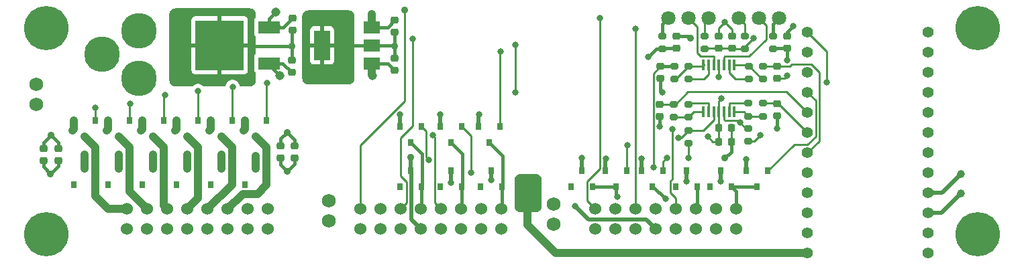
<source format=gbr>
%TF.GenerationSoftware,KiCad,Pcbnew,(6.0.7-1)-1*%
%TF.CreationDate,2022-09-02T18:16:07-04:00*%
%TF.ProjectId,power_mini_evolver,706f7765-725f-46d6-996e-695f65766f6c,rev?*%
%TF.SameCoordinates,Original*%
%TF.FileFunction,Copper,L1,Top*%
%TF.FilePolarity,Positive*%
%FSLAX46Y46*%
G04 Gerber Fmt 4.6, Leading zero omitted, Abs format (unit mm)*
G04 Created by KiCad (PCBNEW (6.0.7-1)-1) date 2022-09-02 18:16:07*
%MOMM*%
%LPD*%
G01*
G04 APERTURE LIST*
G04 Aperture macros list*
%AMRoundRect*
0 Rectangle with rounded corners*
0 $1 Rounding radius*
0 $2 $3 $4 $5 $6 $7 $8 $9 X,Y pos of 4 corners*
0 Add a 4 corners polygon primitive as box body*
4,1,4,$2,$3,$4,$5,$6,$7,$8,$9,$2,$3,0*
0 Add four circle primitives for the rounded corners*
1,1,$1+$1,$2,$3*
1,1,$1+$1,$4,$5*
1,1,$1+$1,$6,$7*
1,1,$1+$1,$8,$9*
0 Add four rect primitives between the rounded corners*
20,1,$1+$1,$2,$3,$4,$5,0*
20,1,$1+$1,$4,$5,$6,$7,0*
20,1,$1+$1,$6,$7,$8,$9,0*
20,1,$1+$1,$8,$9,$2,$3,0*%
G04 Aperture macros list end*
%TA.AperFunction,ComponentPad*%
%ADD10C,1.800000*%
%TD*%
%TA.AperFunction,SMDPad,CuDef*%
%ADD11R,0.800000X0.900000*%
%TD*%
%TA.AperFunction,SMDPad,CuDef*%
%ADD12RoundRect,0.200000X-0.275000X0.200000X-0.275000X-0.200000X0.275000X-0.200000X0.275000X0.200000X0*%
%TD*%
%TA.AperFunction,SMDPad,CuDef*%
%ADD13RoundRect,0.200000X0.275000X-0.200000X0.275000X0.200000X-0.275000X0.200000X-0.275000X-0.200000X0*%
%TD*%
%TA.AperFunction,SMDPad,CuDef*%
%ADD14RoundRect,0.225000X0.250000X-0.225000X0.250000X0.225000X-0.250000X0.225000X-0.250000X-0.225000X0*%
%TD*%
%TA.AperFunction,SMDPad,CuDef*%
%ADD15RoundRect,0.225000X-0.250000X0.225000X-0.250000X-0.225000X0.250000X-0.225000X0.250000X0.225000X0*%
%TD*%
%TA.AperFunction,SMDPad,CuDef*%
%ADD16RoundRect,0.225000X-0.225000X-0.250000X0.225000X-0.250000X0.225000X0.250000X-0.225000X0.250000X0*%
%TD*%
%TA.AperFunction,SMDPad,CuDef*%
%ADD17RoundRect,0.225000X0.225000X0.250000X-0.225000X0.250000X-0.225000X-0.250000X0.225000X-0.250000X0*%
%TD*%
%TA.AperFunction,SMDPad,CuDef*%
%ADD18R,2.800000X1.500000*%
%TD*%
%TA.AperFunction,SMDPad,CuDef*%
%ADD19R,6.100000X6.300000*%
%TD*%
%TA.AperFunction,ComponentPad*%
%ADD20C,1.397000*%
%TD*%
%TA.AperFunction,ComponentPad*%
%ADD21C,1.000000*%
%TD*%
%TA.AperFunction,ComponentPad*%
%ADD22C,4.500000*%
%TD*%
%TA.AperFunction,ComponentPad*%
%ADD23C,1.750000*%
%TD*%
%TA.AperFunction,SMDPad,CuDef*%
%ADD24R,2.000000X1.500000*%
%TD*%
%TA.AperFunction,SMDPad,CuDef*%
%ADD25R,2.000000X3.800000*%
%TD*%
%TA.AperFunction,ComponentPad*%
%ADD26C,1.524000*%
%TD*%
%TA.AperFunction,ComponentPad*%
%ADD27C,5.600000*%
%TD*%
%TA.AperFunction,SMDPad,CuDef*%
%ADD28R,0.450000X1.450000*%
%TD*%
%TA.AperFunction,ViaPad*%
%ADD29C,1.143000*%
%TD*%
%TA.AperFunction,ViaPad*%
%ADD30C,0.889000*%
%TD*%
%TA.AperFunction,ViaPad*%
%ADD31C,0.800000*%
%TD*%
%TA.AperFunction,Conductor*%
%ADD32C,1.016000*%
%TD*%
%TA.AperFunction,Conductor*%
%ADD33C,0.250000*%
%TD*%
%TA.AperFunction,Conductor*%
%ADD34C,0.381000*%
%TD*%
%TA.AperFunction,Conductor*%
%ADD35C,0.508000*%
%TD*%
G04 APERTURE END LIST*
D10*
%TO.P,JP2,3,B*%
%TO.N,/OD135-1*%
X167386000Y-81280000D03*
%TO.P,JP2,2,C*%
%TO.N,/OD-1*%
X169926000Y-81280000D03*
%TO.P,JP2,1,A*%
%TO.N,/OD90-1*%
X172466000Y-81280000D03*
%TD*%
D11*
%TO.P,Q10,2,S*%
%TO.N,GND*%
X109648000Y-94250000D03*
%TO.P,Q10,3,D*%
%TO.N,/P-4*%
X110998000Y-96250000D03*
%TO.P,Q10,1,G*%
%TO.N,/10*%
X112348000Y-94250000D03*
%TD*%
D12*
%TO.P,R14,2*%
%TO.N,Net-(R11-Pad1)*%
X168148000Y-88963000D03*
%TO.P,R14,1*%
%TO.N,/A3*%
X168148000Y-87313000D03*
%TD*%
%TO.P,R13,1*%
%TO.N,/A2*%
X179324000Y-87313000D03*
%TO.P,R13,2*%
%TO.N,Net-(R12-Pad1)*%
X179324000Y-88963000D03*
%TD*%
%TO.P,R12,2*%
%TO.N,Net-(R12-Pad2)*%
X177546000Y-88963000D03*
%TO.P,R12,1*%
%TO.N,Net-(R12-Pad1)*%
X177546000Y-87313000D03*
%TD*%
%TO.P,R11,1*%
%TO.N,Net-(R11-Pad1)*%
X169926000Y-87313000D03*
%TO.P,R11,2*%
%TO.N,Net-(R11-Pad2)*%
X169926000Y-88963000D03*
%TD*%
%TO.P,R10,1*%
%TO.N,/A1*%
X179324000Y-92012000D03*
%TO.P,R10,2*%
%TO.N,Net-(R10-Pad2)*%
X179324000Y-93662000D03*
%TD*%
%TO.P,R9,2*%
%TO.N,Net-(R7-Pad1)*%
X168046400Y-93789000D03*
%TO.P,R9,1*%
%TO.N,/A0*%
X168046400Y-92139000D03*
%TD*%
D13*
%TO.P,R8,1*%
%TO.N,Net-(R10-Pad2)*%
X177444400Y-93662000D03*
%TO.P,R8,2*%
%TO.N,Net-(R8-Pad2)*%
X177444400Y-92012000D03*
%TD*%
%TO.P,R7,2*%
%TO.N,Net-(R7-Pad2)*%
X169926000Y-92139000D03*
%TO.P,R7,1*%
%TO.N,Net-(R7-Pad1)*%
X169926000Y-93789000D03*
%TD*%
%TO.P,R6,1*%
%TO.N,+3V3*%
X166624000Y-85153000D03*
%TO.P,R6,2*%
%TO.N,/OD135-1*%
X166624000Y-83503000D03*
%TD*%
%TO.P,R5,1*%
%TO.N,+3V3*%
X177038000Y-85153000D03*
%TO.P,R5,2*%
%TO.N,/OD135-0*%
X177038000Y-83503000D03*
%TD*%
D12*
%TO.P,R4,1*%
%TO.N,/OD90-1*%
X171958000Y-83503000D03*
%TO.P,R4,2*%
%TO.N,+3V3*%
X171958000Y-85153000D03*
%TD*%
%TO.P,R3,1*%
%TO.N,/OD90-0*%
X180594000Y-83503000D03*
%TO.P,R3,2*%
%TO.N,+3V3*%
X180594000Y-85153000D03*
%TD*%
%TO.P,R2,1*%
%TO.N,/TS-1*%
X177419000Y-95187000D03*
%TO.P,R2,2*%
%TO.N,+3V3*%
X177419000Y-96837000D03*
%TD*%
%TO.P,R1,1*%
%TO.N,/TS-0*%
X169926000Y-95441000D03*
%TO.P,R1,2*%
%TO.N,+3V3*%
X169926000Y-97091000D03*
%TD*%
D14*
%TO.P,C19,1*%
%TO.N,+3V3*%
X168402000Y-85103000D03*
%TO.P,C19,2*%
%TO.N,GND*%
X168402000Y-83553000D03*
%TD*%
%TO.P,C18,1*%
%TO.N,+3V3*%
X175387000Y-85103000D03*
%TO.P,C18,2*%
%TO.N,GND*%
X175387000Y-83553000D03*
%TD*%
%TO.P,C17,1*%
%TO.N,+3V3*%
X173736000Y-85103000D03*
%TO.P,C17,2*%
%TO.N,GND*%
X173736000Y-83553000D03*
%TD*%
%TO.P,C16,1*%
%TO.N,+3V3*%
X182372000Y-85103000D03*
%TO.P,C16,2*%
%TO.N,GND*%
X182372000Y-83553000D03*
%TD*%
D15*
%TO.P,C14,1*%
%TO.N,+5V*%
X119913400Y-81267000D03*
%TO.P,C14,2*%
%TO.N,GND*%
X119913400Y-82817000D03*
%TD*%
%TO.P,C13,1*%
%TO.N,+3V3*%
X132842000Y-81521000D03*
%TO.P,C13,2*%
%TO.N,GND*%
X132842000Y-83071000D03*
%TD*%
%TO.P,C12,1*%
%TO.N,+12V*%
X90424000Y-97777000D03*
%TO.P,C12,2*%
%TO.N,GND*%
X90424000Y-99327000D03*
%TD*%
D14*
%TO.P,C11,1*%
%TO.N,+5V*%
X132842000Y-87897000D03*
%TO.P,C11,2*%
%TO.N,GND*%
X132842000Y-86347000D03*
%TD*%
%TO.P,C10,1*%
%TO.N,+12V*%
X119888000Y-88151000D03*
%TO.P,C10,2*%
%TO.N,GND*%
X119888000Y-86601000D03*
%TD*%
D15*
%TO.P,C9,1*%
%TO.N,+12V*%
X88493600Y-97777000D03*
%TO.P,C9,2*%
%TO.N,GND*%
X88493600Y-99327000D03*
%TD*%
%TO.P,C8,1*%
%TO.N,+12V*%
X120150468Y-97396000D03*
%TO.P,C8,2*%
%TO.N,GND*%
X120150468Y-98946000D03*
%TD*%
%TO.P,C7,1*%
%TO.N,/A3*%
X166370000Y-87363000D03*
%TO.P,C7,2*%
%TO.N,GND*%
X166370000Y-88913000D03*
%TD*%
%TO.P,C6,1*%
%TO.N,/A2*%
X181102000Y-87363000D03*
%TO.P,C6,2*%
%TO.N,GND*%
X181102000Y-88913000D03*
%TD*%
%TO.P,C5,1*%
%TO.N,+12V*%
X118414800Y-97396000D03*
%TO.P,C5,2*%
%TO.N,GND*%
X118414800Y-98946000D03*
%TD*%
%TO.P,C4,2*%
%TO.N,GND*%
X166268400Y-93739000D03*
%TO.P,C4,1*%
%TO.N,/A0*%
X166268400Y-92189000D03*
%TD*%
%TO.P,C3,1*%
%TO.N,/A1*%
X181102000Y-92062000D03*
%TO.P,C3,2*%
%TO.N,GND*%
X181102000Y-93612000D03*
%TD*%
D16*
%TO.P,C2,1*%
%TO.N,+3V3*%
X173723000Y-95123000D03*
%TO.P,C2,2*%
%TO.N,GND*%
X175273000Y-95123000D03*
%TD*%
D17*
%TO.P,C1,1*%
%TO.N,GND*%
X175273000Y-96901000D03*
%TO.P,C1,2*%
%TO.N,+3V3*%
X173723000Y-96901000D03*
%TD*%
D18*
%TO.P,U4,1,VI*%
%TO.N,+12V*%
X116994000Y-86969600D03*
%TO.P,U4,2,VO*%
%TO.N,+5V*%
X116994000Y-82397600D03*
D19*
%TO.P,U4,3,GND*%
%TO.N,GND*%
X110744000Y-84683600D03*
%TD*%
D20*
%TO.P,P1,23,P23*%
%TO.N,/9*%
X200152000Y-83058000D03*
%TO.P,P1,21,P21*%
%TO.N,/8*%
X200152000Y-85598000D03*
%TO.P,P1,19,P19*%
%TO.N,/7*%
X200152000Y-88138000D03*
%TO.P,P1,17,P17*%
%TO.N,/6*%
X200152000Y-90678000D03*
%TO.P,P1,15,P15*%
%TO.N,/5*%
X200152000Y-93218000D03*
%TO.P,P1,13,P13*%
%TO.N,/4*%
X200152000Y-95758000D03*
%TO.P,P1,11,P11*%
%TO.N,/3*%
X200152000Y-98298000D03*
%TO.P,P1,7,P7*%
%TO.N,GND*%
X200152000Y-103378000D03*
%TO.P,P1,5,P5*%
%TO.N,Net-(C15-Pad1)*%
X200152000Y-105918000D03*
%TO.P,P1,3,P3*%
%TO.N,unconnected-(P1-Pad3)*%
X200152000Y-108458000D03*
%TO.P,P1,1,P1*%
%TO.N,unconnected-(P1-Pad1)*%
X200152000Y-110998000D03*
%TO.P,P1,9,P9*%
%TO.N,/2*%
X200152000Y-100838000D03*
%TO.P,P1,10,P10*%
%TO.N,/A3*%
X184912000Y-100838000D03*
%TO.P,P1,2,P2*%
%TO.N,+5V*%
X184912000Y-110998000D03*
%TO.P,P1,4,P4*%
%TO.N,GND*%
X184912000Y-108458000D03*
%TO.P,P1,6,P6*%
%TO.N,unconnected-(P1-Pad6)*%
X184912000Y-105918000D03*
%TO.P,P1,8,P8*%
%TO.N,unconnected-(P1-Pad8)*%
X184912000Y-103378000D03*
%TO.P,P1,12,P12*%
%TO.N,/A2*%
X184912000Y-98298000D03*
%TO.P,P1,14,P14*%
%TO.N,/A1*%
X184912000Y-95758000D03*
%TO.P,P1,16,P16*%
%TO.N,/A0*%
X184912000Y-93218000D03*
%TO.P,P1,18,P18*%
%TO.N,/13*%
X184912000Y-90678000D03*
%TO.P,P1,20,P20*%
%TO.N,/12*%
X184912000Y-88138000D03*
%TO.P,P1,22,P22*%
%TO.N,/11*%
X184912000Y-85598000D03*
%TO.P,P1,24,P24*%
%TO.N,/10*%
X184912000Y-83058000D03*
%TD*%
D21*
%TO.P,C15,2*%
%TO.N,GND*%
X204292200Y-100959600D03*
%TO.P,C15,1*%
%TO.N,Net-(C15-Pad1)*%
X204292200Y-103459600D03*
%TD*%
D22*
%TO.P,CON1,3*%
%TO.N,GND*%
X95884000Y-85852000D03*
%TO.P,CON1,2*%
X100584000Y-82852000D03*
%TO.P,CON1,1*%
%TO.N,+12V*%
X100584000Y-88852000D03*
%TD*%
D11*
%TO.P,D1,2,A*%
%TO.N,/FAN-0*%
X146384000Y-102600000D03*
%TO.P,D1,3*%
%TO.N,N/C*%
X143684000Y-102600000D03*
%TO.P,D1,1,K*%
%TO.N,+12V*%
X145034000Y-100600000D03*
%TD*%
%TO.P,D2,2,A*%
%TO.N,/P-0*%
X95076000Y-102346000D03*
%TO.P,D2,3*%
%TO.N,N/C*%
X92376000Y-102346000D03*
%TO.P,D2,1,K*%
%TO.N,+12V*%
X93726000Y-100346000D03*
%TD*%
%TO.P,D3,2,A*%
%TO.N,/P-1*%
X99394000Y-102346000D03*
%TO.P,D3,3*%
%TO.N,N/C*%
X96694000Y-102346000D03*
%TO.P,D3,1,K*%
%TO.N,+12V*%
X98044000Y-100346000D03*
%TD*%
%TO.P,D4,2,A*%
%TO.N,/FAN-1*%
X175340000Y-102600000D03*
%TO.P,D4,3*%
%TO.N,N/C*%
X172640000Y-102600000D03*
%TO.P,D4,1,K*%
%TO.N,+12V*%
X173990000Y-100600000D03*
%TD*%
%TO.P,D5,2,A*%
%TO.N,/P-2*%
X103712000Y-102346000D03*
%TO.P,D5,3*%
%TO.N,N/C*%
X101012000Y-102346000D03*
%TO.P,D5,1,K*%
%TO.N,+12V*%
X102362000Y-100346000D03*
%TD*%
%TO.P,D6,2,A*%
%TO.N,/HTR-0*%
X141304000Y-102600000D03*
%TO.P,D6,3*%
%TO.N,N/C*%
X138604000Y-102600000D03*
%TO.P,D6,1,K*%
%TO.N,+12V*%
X139954000Y-100600000D03*
%TD*%
%TO.P,D7,2,A*%
%TO.N,/P-3*%
X108030000Y-102346000D03*
%TO.P,D7,3*%
%TO.N,N/C*%
X105330000Y-102346000D03*
%TO.P,D7,1,K*%
%TO.N,+12V*%
X106680000Y-100346000D03*
%TD*%
%TO.P,D8,2,A*%
%TO.N,/HTR-1*%
X171022000Y-102600000D03*
%TO.P,D8,3*%
%TO.N,N/C*%
X168322000Y-102600000D03*
%TO.P,D8,1,K*%
%TO.N,+12V*%
X169672000Y-100600000D03*
%TD*%
%TO.P,D9,2,A*%
%TO.N,/LED-0*%
X136224000Y-102600000D03*
%TO.P,D9,3*%
%TO.N,N/C*%
X133524000Y-102600000D03*
%TO.P,D9,1,K*%
%TO.N,+5V*%
X134874000Y-100600000D03*
%TD*%
%TO.P,D10,2,A*%
%TO.N,/P-4*%
X112348000Y-102346000D03*
%TO.P,D10,3*%
%TO.N,N/C*%
X109648000Y-102346000D03*
%TO.P,D10,1,K*%
%TO.N,+12V*%
X110998000Y-100346000D03*
%TD*%
%TO.P,D11,2,A*%
%TO.N,/LED-1*%
X157814000Y-102600000D03*
%TO.P,D11,3*%
%TO.N,N/C*%
X155114000Y-102600000D03*
%TO.P,D11,1,K*%
%TO.N,+5V*%
X156464000Y-100600000D03*
%TD*%
%TO.P,D12,2,A*%
%TO.N,/P-5*%
X116666000Y-102346000D03*
%TO.P,D12,3*%
%TO.N,N/C*%
X113966000Y-102346000D03*
%TO.P,D12,1,K*%
%TO.N,+12V*%
X115316000Y-100346000D03*
%TD*%
D10*
%TO.P,JP1,3,B*%
%TO.N,/OD135-0*%
X176276000Y-81280000D03*
%TO.P,JP1,2,C*%
%TO.N,/OD-0*%
X178816000Y-81280000D03*
%TO.P,JP1,1,A*%
%TO.N,/OD90-0*%
X181356000Y-81280000D03*
%TD*%
D23*
%TO.P,P5,2,P2*%
%TO.N,/SPB-0*%
X124510800Y-104394000D03*
%TO.P,P5,1,P1*%
%TO.N,/SPB+0*%
X124510800Y-106934000D03*
%TD*%
%TO.P,P6,2,P2*%
%TO.N,/SPB-1*%
X152831800Y-104749600D03*
%TO.P,P6,1,P1*%
%TO.N,/SPB+1*%
X152831800Y-107289600D03*
%TD*%
D11*
%TO.P,Q1,2,S*%
%TO.N,GND*%
X143430000Y-95012000D03*
%TO.P,Q1,3,D*%
%TO.N,/FAN-0*%
X144780000Y-97012000D03*
%TO.P,Q1,1,G*%
%TO.N,/11*%
X146130000Y-95012000D03*
%TD*%
%TO.P,Q2,2,S*%
%TO.N,GND*%
X92376000Y-94250000D03*
%TO.P,Q2,3,D*%
%TO.N,/P-0*%
X93726000Y-96250000D03*
%TO.P,Q2,1,G*%
%TO.N,/6*%
X95076000Y-94250000D03*
%TD*%
%TO.P,Q3,2,S*%
%TO.N,GND*%
X96694000Y-94250000D03*
%TO.P,Q3,3,D*%
%TO.N,/P-1*%
X98044000Y-96250000D03*
%TO.P,Q3,1,G*%
%TO.N,/7*%
X99394000Y-94250000D03*
%TD*%
%TO.P,Q4,2,S*%
%TO.N,GND*%
X177212000Y-100600000D03*
%TO.P,Q4,3,D*%
%TO.N,/FAN-1*%
X178562000Y-102600000D03*
%TO.P,Q4,1,G*%
%TO.N,/13*%
X179912000Y-100600000D03*
%TD*%
%TO.P,Q5,2,S*%
%TO.N,GND*%
X101012000Y-94250000D03*
%TO.P,Q5,3,D*%
%TO.N,/P-2*%
X102362000Y-96250000D03*
%TO.P,Q5,1,G*%
%TO.N,/8*%
X103712000Y-94250000D03*
%TD*%
%TO.P,Q6,2,S*%
%TO.N,GND*%
X138604000Y-95012000D03*
%TO.P,Q6,3,D*%
%TO.N,/HTR-0*%
X139954000Y-97012000D03*
%TO.P,Q6,1,G*%
%TO.N,/2*%
X141304000Y-95012000D03*
%TD*%
%TO.P,Q7,2,S*%
%TO.N,GND*%
X105330000Y-94250000D03*
%TO.P,Q7,3,D*%
%TO.N,/P-3*%
X106680000Y-96250000D03*
%TO.P,Q7,1,G*%
%TO.N,/9*%
X108030000Y-94250000D03*
%TD*%
%TO.P,Q8,2,S*%
%TO.N,GND*%
X164004000Y-100600000D03*
%TO.P,Q8,3,D*%
%TO.N,/HTR-1*%
X165354000Y-102600000D03*
%TO.P,Q8,1,G*%
%TO.N,/3*%
X166704000Y-100600000D03*
%TD*%
%TO.P,Q9,2,S*%
%TO.N,GND*%
X133524000Y-95012000D03*
%TO.P,Q9,3,D*%
%TO.N,/LED-0*%
X134874000Y-97012000D03*
%TO.P,Q9,1,G*%
%TO.N,/4*%
X136224000Y-95012000D03*
%TD*%
%TO.P,Q11,2,S*%
%TO.N,GND*%
X159432000Y-100600000D03*
%TO.P,Q11,3,D*%
%TO.N,/LED-1*%
X160782000Y-102600000D03*
%TO.P,Q11,1,G*%
%TO.N,/5*%
X162132000Y-100600000D03*
%TD*%
%TO.P,Q12,2,S*%
%TO.N,GND*%
X113966000Y-94250000D03*
%TO.P,Q12,3,D*%
%TO.N,/P-5*%
X115316000Y-96250000D03*
%TO.P,Q12,1,G*%
%TO.N,/12*%
X116666000Y-94250000D03*
%TD*%
D24*
%TO.P,U3,1,VI*%
%TO.N,+5V*%
X129964600Y-87009000D03*
%TO.P,U3,3,VO*%
%TO.N,+3V3*%
X129964600Y-82409000D03*
%TO.P,U3,2,GND*%
%TO.N,GND*%
X129964600Y-84709000D03*
D25*
X123664600Y-84709000D03*
%TD*%
D26*
%TO.P,P2,1,P1*%
%TO.N,GND*%
X128524000Y-107950000D03*
%TO.P,P2,2,P2*%
%TO.N,/OD135-0*%
X128524000Y-105410000D03*
%TO.P,P2,3,P3*%
%TO.N,/SPB+0*%
X131064000Y-107950000D03*
%TO.P,P2,4,P4*%
%TO.N,/SPB-0*%
X131064000Y-105410000D03*
%TO.P,P2,5,P5*%
%TO.N,GND*%
X133604000Y-107950000D03*
%TO.P,P2,6,P6*%
%TO.N,/OD90-0*%
X133604000Y-105410000D03*
%TO.P,P2,7,P7*%
%TO.N,+5V*%
X136144000Y-107950000D03*
%TO.P,P2,8,P8*%
%TO.N,/LED-0*%
X136144000Y-105410000D03*
%TO.P,P2,9,P9*%
%TO.N,GND*%
X138684000Y-107950000D03*
%TO.P,P2,10,P10*%
%TO.N,/TS-0*%
X138684000Y-105410000D03*
%TO.P,P2,11,P11*%
%TO.N,+12V*%
X141224000Y-107950000D03*
%TO.P,P2,12,P12*%
%TO.N,/HTR-0*%
X141224000Y-105410000D03*
%TO.P,P2,13,P13*%
%TO.N,unconnected-(P2-Pad13)*%
X143764000Y-107950000D03*
%TO.P,P2,14,P14*%
%TO.N,unconnected-(P2-Pad14)*%
X143764000Y-105410000D03*
%TO.P,P2,15,P15*%
%TO.N,+12V*%
X146304000Y-107950000D03*
%TO.P,P2,16,P16*%
%TO.N,/FAN-0*%
X146304000Y-105410000D03*
%TD*%
%TO.P,P3,16,P16*%
%TO.N,/FAN-1*%
X175895000Y-105410000D03*
%TO.P,P3,15,P15*%
%TO.N,+12V*%
X175895000Y-107950000D03*
%TO.P,P3,14,P14*%
%TO.N,unconnected-(P3-Pad14)*%
X173355000Y-105410000D03*
%TO.P,P3,13,P13*%
%TO.N,unconnected-(P3-Pad13)*%
X173355000Y-107950000D03*
%TO.P,P3,12,P12*%
%TO.N,/HTR-1*%
X170815000Y-105410000D03*
%TO.P,P3,11,P11*%
%TO.N,+12V*%
X170815000Y-107950000D03*
%TO.P,P3,10,P10*%
%TO.N,/TS-1*%
X168275000Y-105410000D03*
%TO.P,P3,9,P9*%
%TO.N,GND*%
X168275000Y-107950000D03*
%TO.P,P3,8,P8*%
%TO.N,/LED-1*%
X165735000Y-105410000D03*
%TO.P,P3,7,P7*%
%TO.N,+5V*%
X165735000Y-107950000D03*
%TO.P,P3,6,P6*%
%TO.N,/OD90-1*%
X163195000Y-105410000D03*
%TO.P,P3,5,P5*%
%TO.N,GND*%
X163195000Y-107950000D03*
%TO.P,P3,4,P4*%
%TO.N,/SPB-1*%
X160655000Y-105410000D03*
%TO.P,P3,3,P3*%
%TO.N,/SPB+1*%
X160655000Y-107950000D03*
%TO.P,P3,2,P2*%
%TO.N,/OD135-1*%
X158115000Y-105410000D03*
%TO.P,P3,1,P1*%
%TO.N,GND*%
X158115000Y-107950000D03*
%TD*%
%TO.P,P4,1,P1*%
%TO.N,+12V*%
X99060000Y-107950000D03*
%TO.P,P4,2,P2*%
%TO.N,/P-0*%
X99060000Y-105410000D03*
%TO.P,P4,3,P3*%
%TO.N,+12V*%
X101600000Y-107950000D03*
%TO.P,P4,4,P4*%
%TO.N,/P-1*%
X101600000Y-105410000D03*
%TO.P,P4,5,P5*%
%TO.N,+12V*%
X104140000Y-107950000D03*
%TO.P,P4,6,P6*%
%TO.N,/P-2*%
X104140000Y-105410000D03*
%TO.P,P4,7,P7*%
%TO.N,+12V*%
X106680000Y-107950000D03*
%TO.P,P4,8,P8*%
%TO.N,/P-3*%
X106680000Y-105410000D03*
%TO.P,P4,9,P9*%
%TO.N,+12V*%
X109220000Y-107950000D03*
%TO.P,P4,10,P10*%
%TO.N,/P-4*%
X109220000Y-105410000D03*
%TO.P,P4,11,P11*%
%TO.N,+12V*%
X111760000Y-107950000D03*
%TO.P,P4,12,P12*%
%TO.N,/P-5*%
X111760000Y-105410000D03*
%TO.P,P4,13,P13*%
%TO.N,unconnected-(P4-Pad13)*%
X114300000Y-107950000D03*
%TO.P,P4,14,P14*%
%TO.N,unconnected-(P4-Pad14)*%
X114300000Y-105410000D03*
%TO.P,P4,15,P15*%
%TO.N,unconnected-(P4-Pad15)*%
X116840000Y-107950000D03*
%TO.P,P4,16,P16*%
%TO.N,unconnected-(P4-Pad16)*%
X116840000Y-105410000D03*
%TD*%
D27*
%TO.P,H1,1,1*%
%TO.N,unconnected-(H1-Pad1)*%
X88900000Y-108585000D03*
%TD*%
%TO.P,H2,1,1*%
%TO.N,unconnected-(H2-Pad1)*%
X88900000Y-82550000D03*
%TD*%
%TO.P,H3,1,1*%
%TO.N,unconnected-(H3-Pad1)*%
X206375000Y-82550000D03*
%TD*%
%TO.P,H4,1,1*%
%TO.N,unconnected-(H4-Pad1)*%
X206375000Y-108585000D03*
%TD*%
D23*
%TO.P,P7,1,P1*%
%TO.N,+12V*%
X87579200Y-89611200D03*
%TO.P,P7,2,P2*%
%TO.N,GND*%
X87579200Y-92151200D03*
%TD*%
D28*
%TO.P,U1,1*%
%TO.N,Net-(R7-Pad1)*%
X171786000Y-93120000D03*
%TO.P,U1,2,-*%
%TO.N,Net-(R7-Pad2)*%
X172436000Y-93120000D03*
%TO.P,U1,3,+*%
%TO.N,/TS-0*%
X173086000Y-93120000D03*
%TO.P,U1,4,V+*%
%TO.N,+3V3*%
X173736000Y-93120000D03*
%TO.P,U1,5,+*%
%TO.N,/TS-1*%
X174386000Y-93120000D03*
%TO.P,U1,6,-*%
%TO.N,Net-(R8-Pad2)*%
X175036000Y-93120000D03*
%TO.P,U1,7*%
%TO.N,Net-(R10-Pad2)*%
X175686000Y-93120000D03*
%TO.P,U1,14*%
%TO.N,Net-(R11-Pad1)*%
X171786000Y-87220000D03*
%TO.P,U1,13,-*%
%TO.N,Net-(R11-Pad2)*%
X172436000Y-87220000D03*
%TO.P,U1,12,+*%
%TO.N,/OD-1*%
X173086000Y-87220000D03*
%TO.P,U1,11,V-*%
%TO.N,GND*%
X173736000Y-87220000D03*
%TO.P,U1,10,+*%
%TO.N,/OD-0*%
X174386000Y-87220000D03*
%TO.P,U1,9,-*%
%TO.N,Net-(R12-Pad2)*%
X175036000Y-87220000D03*
%TO.P,U1,8*%
%TO.N,Net-(R12-Pad1)*%
X175686000Y-87220000D03*
%TD*%
D29*
%TO.N,+5V*%
X149606000Y-101803200D03*
X149606000Y-104902000D03*
D30*
%TO.N,GND*%
X109474000Y-95504000D03*
X89408000Y-100939600D03*
%TO.N,+12V*%
X89458800Y-96062800D03*
%TO.N,GND*%
X119227600Y-100634800D03*
%TO.N,+12V*%
X119227600Y-95707200D03*
%TO.N,GND*%
X174447200Y-98976999D03*
D29*
%TO.N,+5V*%
X149606000Y-103327200D03*
D31*
%TO.N,+3V3*%
X169926000Y-98932499D03*
X172339000Y-96266000D03*
X178943000Y-96057001D03*
%TO.N,GND*%
X182372000Y-88519000D03*
%TO.N,/TS-0*%
X168656000Y-96393000D03*
%TO.N,/TS-1*%
X176403000Y-94488000D03*
%TO.N,GND*%
X166243000Y-94996000D03*
X181102000Y-95250000D03*
X166624000Y-90633330D03*
%TO.N,+3V3*%
X182372000Y-86614000D03*
X178102717Y-83827692D03*
%TO.N,GND*%
X183134000Y-82296000D03*
%TO.N,+3V3*%
X164846000Y-86130899D03*
%TO.N,GND*%
X174498000Y-81788000D03*
%TO.N,/9*%
X148082000Y-84681899D03*
X148082000Y-90633330D03*
D30*
%TO.N,GND*%
X170180000Y-83820000D03*
D31*
%TO.N,+3V3*%
X129964200Y-80721200D03*
X174066200Y-91389200D03*
%TO.N,/TS-0*%
X137591800Y-96062800D03*
D30*
%TO.N,/OD135-0*%
X134112000Y-80264000D03*
D29*
%TO.N,+5V*%
X117856000Y-80518000D03*
%TO.N,+12V*%
X118364000Y-88562800D03*
D30*
%TO.N,GND*%
X119888000Y-84836000D03*
X132842000Y-84836000D03*
D29*
%TO.N,+5V*%
X130048000Y-88562800D03*
%TO.N,GND*%
X126746000Y-88392000D03*
X126746000Y-81280000D03*
X126746000Y-84836000D03*
X123698000Y-88392000D03*
X123698000Y-81280000D03*
X105664000Y-88900000D03*
X105664000Y-81026000D03*
X105664000Y-84836000D03*
D30*
X92202000Y-95504000D03*
X96520000Y-95504000D03*
X100838000Y-95504000D03*
X105156000Y-95504000D03*
X113792000Y-95504000D03*
D31*
X133502400Y-93472000D03*
X138582400Y-93472000D03*
X143459200Y-93472000D03*
X159461200Y-99009200D03*
X163982400Y-99009200D03*
X177190400Y-99110800D03*
X173736000Y-88696800D03*
%TO.N,+12V*%
X93726000Y-98552000D03*
X98044000Y-98552000D03*
X102362000Y-98552000D03*
X106680000Y-98552000D03*
X110998000Y-98552000D03*
X115316000Y-98679000D03*
X145034000Y-101752400D03*
X169672000Y-101904800D03*
X173990000Y-101904800D03*
X139903200Y-102082600D03*
%TO.N,/A3*%
X165455600Y-100113000D03*
D30*
%TO.N,+5V*%
X134874000Y-98882200D03*
D31*
X156464000Y-98933000D03*
X155575000Y-105047999D03*
%TO.N,/HTR-1*%
X166979600Y-104140000D03*
%TO.N,/LED-1*%
X160909000Y-103886000D03*
%TO.N,/OD90-0*%
X135077200Y-83845400D03*
%TO.N,/OD90-1*%
X163195000Y-82626200D03*
%TO.N,/OD135-1*%
X158750000Y-81280000D03*
%TO.N,/10*%
X112369600Y-89966800D03*
X187350400Y-89408000D03*
%TO.N,/11*%
X146202400Y-85445600D03*
%TO.N,/12*%
X116687600Y-89458800D03*
%TO.N,/2*%
X142417800Y-100838000D03*
%TO.N,/3*%
X167169000Y-98932999D03*
%TO.N,/4*%
X137132399Y-99187000D03*
%TO.N,/5*%
X162153600Y-97358200D03*
%TO.N,/6*%
X95046800Y-92608400D03*
%TO.N,/7*%
X99415600Y-92049600D03*
%TO.N,/8*%
X103835200Y-90982800D03*
%TO.N,/9*%
X108000800Y-90474800D03*
%TO.N,/TS-1*%
X167894000Y-95300800D03*
%TD*%
D32*
%TO.N,+5V*%
X149606000Y-107442000D02*
X149606000Y-104902000D01*
%TO.N,GND*%
X109648000Y-95330000D02*
X109474000Y-95504000D01*
X109648000Y-94250000D02*
X109648000Y-95330000D01*
D33*
%TO.N,+3V3*%
X172974000Y-96901000D02*
X173723000Y-96901000D01*
D34*
%TO.N,GND*%
X90424000Y-99327000D02*
X90424000Y-99923600D01*
X90424000Y-99923600D02*
X89408000Y-100939600D01*
X88493600Y-100025200D02*
X89408000Y-100939600D01*
X88493600Y-99327000D02*
X88493600Y-100025200D01*
%TO.N,+12V*%
X90424000Y-97777000D02*
X90424000Y-97028000D01*
X90424000Y-97028000D02*
X89458800Y-96062800D01*
X88493600Y-97028000D02*
X89458800Y-96062800D01*
X88493600Y-97777000D02*
X88493600Y-97028000D01*
%TO.N,GND*%
X120150468Y-98946000D02*
X120150468Y-99711932D01*
X120150468Y-99711932D02*
X119227600Y-100634800D01*
X118414800Y-99822000D02*
X119227600Y-100634800D01*
X118414800Y-98946000D02*
X118414800Y-99822000D01*
%TO.N,+12V*%
X120150468Y-97396000D02*
X120150468Y-96630068D01*
X120150468Y-96630068D02*
X119227600Y-95707200D01*
X118414800Y-96520000D02*
X119227600Y-95707200D01*
X118414800Y-97396000D02*
X118414800Y-96520000D01*
%TO.N,GND*%
X175273000Y-98151199D02*
X174447200Y-98976999D01*
X175273000Y-96901000D02*
X175273000Y-98151199D01*
D33*
%TO.N,+3V3*%
X173723000Y-95123000D02*
X173723000Y-96901000D01*
%TO.N,GND*%
X175273000Y-95123000D02*
X175273000Y-96901000D01*
D32*
%TO.N,+5V*%
X153162000Y-110998000D02*
X149606000Y-107442000D01*
X184912000Y-110998000D02*
X153162000Y-110998000D01*
D33*
%TO.N,+3V3*%
X169926000Y-97091000D02*
X169926000Y-98932499D01*
X172974000Y-96901000D02*
X172339000Y-96266000D01*
X178163001Y-96837000D02*
X178943000Y-96057001D01*
X177419000Y-96837000D02*
X178163001Y-96837000D01*
%TO.N,GND*%
X181978000Y-88913000D02*
X182372000Y-88519000D01*
X181102000Y-88913000D02*
X181978000Y-88913000D01*
%TO.N,/TS-0*%
X168974000Y-96393000D02*
X169926000Y-95441000D01*
X168656000Y-96393000D02*
X168974000Y-96393000D01*
X173086000Y-93120000D02*
X173086000Y-94095000D01*
X171740000Y-95441000D02*
X169926000Y-95441000D01*
X173086000Y-94095000D02*
X171740000Y-95441000D01*
%TO.N,/TS-1*%
X177419000Y-95187000D02*
X177102000Y-95187000D01*
X177102000Y-95187000D02*
X176403000Y-94488000D01*
X174386000Y-93120000D02*
X174386000Y-94095000D01*
X176149000Y-94234000D02*
X176403000Y-94488000D01*
X174386000Y-94095000D02*
X174525000Y-94234000D01*
X174525000Y-94234000D02*
X176149000Y-94234000D01*
%TO.N,+3V3*%
X173736000Y-93120000D02*
X173736000Y-95110000D01*
X173736000Y-95110000D02*
X173723000Y-95123000D01*
D34*
%TO.N,GND*%
X166268400Y-93739000D02*
X166268400Y-94970600D01*
X166268400Y-94970600D02*
X166243000Y-94996000D01*
%TO.N,/A0*%
X168046400Y-92139000D02*
X168300400Y-92139000D01*
D33*
X168300400Y-92139000D02*
X169840700Y-90598700D01*
%TO.N,Net-(R7-Pad1)*%
X168046400Y-93789000D02*
X169926000Y-93789000D01*
X171786000Y-93120000D02*
X170595000Y-93120000D01*
X170595000Y-93120000D02*
X169926000Y-93789000D01*
%TO.N,Net-(R7-Pad2)*%
X172436000Y-93120000D02*
X172436000Y-92014000D01*
X172426500Y-92004500D02*
X170060500Y-92004500D01*
X172436000Y-92014000D02*
X172426500Y-92004500D01*
D34*
X170060500Y-92004500D02*
X169926000Y-92139000D01*
D33*
%TO.N,/A0*%
X166268400Y-92189000D02*
X167996400Y-92189000D01*
D34*
X167996400Y-92189000D02*
X168046400Y-92139000D01*
%TO.N,Net-(R8-Pad2)*%
X177444400Y-92012000D02*
X177436900Y-92004500D01*
D33*
X177436900Y-92004500D02*
X175045500Y-92004500D01*
X175045500Y-92004500D02*
X175036000Y-92014000D01*
X175036000Y-92014000D02*
X175036000Y-93120000D01*
%TO.N,Net-(R10-Pad2)*%
X175686000Y-93120000D02*
X176902400Y-93120000D01*
X176902400Y-93120000D02*
X177444400Y-93662000D01*
X179324000Y-93662000D02*
X177444400Y-93662000D01*
D34*
%TO.N,GND*%
X181102000Y-93612000D02*
X181102000Y-95250000D01*
D33*
%TO.N,/A1*%
X184912000Y-95758000D02*
X181216000Y-92062000D01*
X179324000Y-92012000D02*
X181052000Y-92012000D01*
%TO.N,/OD90-1*%
X171958000Y-83503000D02*
X171958000Y-81788000D01*
D34*
X171958000Y-81788000D02*
X172466000Y-81280000D01*
D33*
%TO.N,/A0*%
X184912000Y-93218000D02*
X182292700Y-90598700D01*
X182292700Y-90598700D02*
X169840700Y-90598700D01*
D34*
X168250400Y-92189000D02*
X168300400Y-92139000D01*
%TO.N,Net-(R8-Pad2)*%
X177444400Y-92139000D02*
X177309900Y-92004500D01*
D33*
%TO.N,/A2*%
X185344782Y-87056000D02*
X182955305Y-87056000D01*
X182955305Y-87056000D02*
X182648305Y-87363000D01*
X182648305Y-87363000D02*
X181102000Y-87363000D01*
X179324000Y-87313000D02*
X181052000Y-87313000D01*
D34*
X181052000Y-87313000D02*
X181102000Y-87363000D01*
D33*
%TO.N,/A3*%
X165455600Y-100113000D02*
X165455600Y-88277400D01*
X165455600Y-88277400D02*
X166370000Y-87363000D01*
D34*
%TO.N,GND*%
X166370000Y-90379330D02*
X166624000Y-90633330D01*
X166370000Y-88913000D02*
X166370000Y-90379330D01*
%TO.N,/A3*%
X168148000Y-87313000D02*
X166420000Y-87313000D01*
X166420000Y-87313000D02*
X166370000Y-87363000D01*
%TO.N,Net-(R11-Pad1)*%
X168148000Y-88963000D02*
X168276000Y-88963000D01*
D33*
X168276000Y-88963000D02*
X169926000Y-87313000D01*
%TO.N,Net-(R11-Pad2)*%
X172436000Y-87220000D02*
X172436000Y-88326000D01*
X172436000Y-88326000D02*
X171799000Y-88963000D01*
X171799000Y-88963000D02*
X169926000Y-88963000D01*
%TO.N,Net-(R11-Pad1)*%
X169926000Y-87313000D02*
X171693000Y-87313000D01*
D34*
X171693000Y-87313000D02*
X171786000Y-87220000D01*
D33*
%TO.N,Net-(R12-Pad2)*%
X177546000Y-88963000D02*
X175831000Y-88963000D01*
X175831000Y-88963000D02*
X175036000Y-88168000D01*
X175036000Y-88168000D02*
X175036000Y-87220000D01*
D34*
%TO.N,Net-(R12-Pad1)*%
X179324000Y-88963000D02*
X179196000Y-88963000D01*
D33*
X179196000Y-88963000D02*
X177546000Y-87313000D01*
X175686000Y-87220000D02*
X177453000Y-87220000D01*
D34*
X177453000Y-87220000D02*
X177546000Y-87313000D01*
%TO.N,+3V3*%
X182372000Y-85103000D02*
X182372000Y-86614000D01*
D33*
%TO.N,/OD-0*%
X178816000Y-81280000D02*
X179716000Y-82180000D01*
X179716000Y-82180000D02*
X179716000Y-83936000D01*
X179716000Y-83936000D02*
X177547500Y-86104500D01*
X174420500Y-86104500D02*
X174386000Y-86139000D01*
X177547500Y-86104500D02*
X174420500Y-86104500D01*
X174386000Y-86139000D02*
X174386000Y-87220000D01*
%TO.N,+3V3*%
X177038000Y-84892409D02*
X178102717Y-83827692D01*
D34*
X177038000Y-85153000D02*
X177038000Y-84892409D01*
%TO.N,GND*%
X182372000Y-83058000D02*
X183134000Y-82296000D01*
X182372000Y-83553000D02*
X182372000Y-83058000D01*
%TO.N,+3V3*%
X182372000Y-85103000D02*
X180644000Y-85103000D01*
X180644000Y-85103000D02*
X180594000Y-85153000D01*
%TO.N,/OD90-0*%
X180594000Y-83503000D02*
X180594000Y-82042000D01*
X180594000Y-82042000D02*
X181356000Y-81280000D01*
%TO.N,+3V3*%
X165823899Y-85153000D02*
X164846000Y-86130899D01*
X166624000Y-85153000D02*
X165823899Y-85153000D01*
X168402000Y-85103000D02*
X166674000Y-85103000D01*
X166674000Y-85103000D02*
X166624000Y-85153000D01*
D33*
X173736000Y-85103000D02*
X172008000Y-85103000D01*
D34*
X172008000Y-85103000D02*
X171958000Y-85153000D01*
D33*
X175387000Y-85103000D02*
X173736000Y-85103000D01*
X177038000Y-85153000D02*
X175437000Y-85153000D01*
D34*
X175437000Y-85153000D02*
X175387000Y-85103000D01*
X177088000Y-85103000D02*
X177038000Y-85153000D01*
D33*
%TO.N,/OD135-0*%
X177038000Y-83503000D02*
X177038000Y-82042000D01*
X177038000Y-82042000D02*
X176276000Y-81280000D01*
%TO.N,GND*%
X175387000Y-83553000D02*
X175387000Y-82677000D01*
X175387000Y-82677000D02*
X174498000Y-81788000D01*
X173736000Y-82550000D02*
X174498000Y-81788000D01*
X173736000Y-83553000D02*
X173736000Y-82550000D01*
%TO.N,/OD-1*%
X173086000Y-87220000D02*
X173086000Y-86114000D01*
X173086000Y-86114000D02*
X173076500Y-86104500D01*
X173076500Y-86104500D02*
X171448500Y-86104500D01*
X171448500Y-86104500D02*
X171015000Y-85671000D01*
X171015000Y-82369000D02*
X169926000Y-81280000D01*
X171015000Y-85671000D02*
X171015000Y-82369000D01*
%TO.N,/9*%
X148082000Y-90633330D02*
X148082000Y-84681899D01*
D34*
%TO.N,GND*%
X169913000Y-83553000D02*
X170180000Y-83820000D01*
X168402000Y-83553000D02*
X169913000Y-83553000D01*
%TO.N,/OD135-1*%
X166624000Y-83503000D02*
X166624000Y-82042000D01*
X166624000Y-82042000D02*
X167386000Y-81280000D01*
%TO.N,+3V3*%
X129964600Y-82409000D02*
X131954000Y-82409000D01*
X131954000Y-82409000D02*
X132842000Y-81521000D01*
D32*
X129964600Y-82409000D02*
X129964600Y-80721600D01*
X129964600Y-80721600D02*
X129964200Y-80721200D01*
D33*
X173736000Y-93120000D02*
X173736000Y-91719400D01*
X173736000Y-91719400D02*
X174066200Y-91389200D01*
%TO.N,/TS-0*%
X137857399Y-104583399D02*
X137857399Y-96328399D01*
X137857399Y-96328399D02*
X137591800Y-96062800D01*
X138684000Y-105410000D02*
X137857399Y-104583399D01*
%TO.N,/OD135-0*%
X134112000Y-81026000D02*
X134112000Y-80264000D01*
X134112000Y-82042000D02*
X134112000Y-81026000D01*
X128524000Y-97377398D02*
X134112000Y-91789398D01*
X134112000Y-91789398D02*
X134112000Y-82042000D01*
D34*
%TO.N,+5V*%
X116994000Y-81380000D02*
X117856000Y-80518000D01*
X116994000Y-82397600D02*
X116994000Y-81380000D01*
%TO.N,+12V*%
X116994000Y-87192800D02*
X118364000Y-88562800D01*
X116994000Y-86969600D02*
X116994000Y-87192800D01*
%TO.N,GND*%
X119888000Y-84836000D02*
X114808000Y-84836000D01*
X119888000Y-84836000D02*
X119888000Y-82842400D01*
X119888000Y-82842400D02*
X119913400Y-82817000D01*
X119888000Y-86601000D02*
X119888000Y-84836000D01*
%TO.N,+5V*%
X116994000Y-82397600D02*
X118782800Y-82397600D01*
X118782800Y-82397600D02*
X119913400Y-81267000D01*
%TO.N,+12V*%
X116994000Y-86969600D02*
X118706600Y-86969600D01*
X118706600Y-86969600D02*
X119888000Y-88151000D01*
%TO.N,+5V*%
X129964600Y-87009000D02*
X131954000Y-87009000D01*
X131954000Y-87009000D02*
X132842000Y-87897000D01*
%TO.N,GND*%
X129964600Y-84709000D02*
X132715000Y-84709000D01*
X132715000Y-84709000D02*
X132842000Y-84836000D01*
X132842000Y-83071000D02*
X132842000Y-84836000D01*
X132842000Y-86347000D02*
X132842000Y-84836000D01*
D32*
%TO.N,+5V*%
X129964600Y-88479400D02*
X130048000Y-88562800D01*
X129964600Y-87009000D02*
X129964600Y-88479400D01*
D34*
%TO.N,GND*%
X129964600Y-84709000D02*
X126873000Y-84709000D01*
X126873000Y-84709000D02*
X126746000Y-84836000D01*
D32*
X92376000Y-95330000D02*
X92202000Y-95504000D01*
X92376000Y-94250000D02*
X92376000Y-95330000D01*
X96694000Y-95330000D02*
X96520000Y-95504000D01*
X96694000Y-94250000D02*
X96694000Y-95330000D01*
X101012000Y-95330000D02*
X100838000Y-95504000D01*
X101012000Y-94250000D02*
X101012000Y-95330000D01*
X105330000Y-95330000D02*
X105156000Y-95504000D01*
X105330000Y-94250000D02*
X105330000Y-95330000D01*
X113966000Y-95330000D02*
X113792000Y-95504000D01*
X113966000Y-94250000D02*
X113966000Y-95330000D01*
D35*
X133524000Y-93493600D02*
X133502400Y-93472000D01*
X133524000Y-95012000D02*
X133524000Y-93493600D01*
X138604000Y-93493600D02*
X138582400Y-93472000D01*
X138604000Y-95012000D02*
X138604000Y-93493600D01*
X143430000Y-93501200D02*
X143459200Y-93472000D01*
X143430000Y-95012000D02*
X143430000Y-93501200D01*
X159432000Y-99038400D02*
X159461200Y-99009200D01*
X159432000Y-100600000D02*
X159432000Y-99038400D01*
X164004000Y-99030800D02*
X163982400Y-99009200D01*
X164004000Y-100600000D02*
X164004000Y-99030800D01*
X177212000Y-99132400D02*
X177190400Y-99110800D01*
X177212000Y-100600000D02*
X177212000Y-99132400D01*
X201873800Y-103378000D02*
X204292200Y-100959600D01*
X200152000Y-103378000D02*
X201873800Y-103378000D01*
D33*
X173736000Y-87220000D02*
X173736000Y-88696800D01*
D32*
%TO.N,+12V*%
X93726000Y-100346000D02*
X93726000Y-98552000D01*
X98044000Y-100346000D02*
X98044000Y-98552000D01*
X102362000Y-100346000D02*
X102362000Y-98552000D01*
X106680000Y-100346000D02*
X106680000Y-98552000D01*
X110998000Y-100346000D02*
X110998000Y-98552000D01*
X115316000Y-100346000D02*
X115316000Y-98679000D01*
D35*
X145034000Y-100600000D02*
X145034000Y-101752400D01*
X169672000Y-100600000D02*
X169672000Y-101904800D01*
X173990000Y-100600000D02*
X173990000Y-101904800D01*
X139954000Y-102031800D02*
X139903200Y-102082600D01*
X139954000Y-100600000D02*
X139954000Y-102031800D01*
D33*
%TO.N,/A2*%
X184912000Y-98298000D02*
X186385511Y-96824489D01*
X185344782Y-87056000D02*
X186385511Y-88096729D01*
X186385511Y-88096729D02*
X186385511Y-96824489D01*
D34*
%TO.N,+5V*%
X118044000Y-82433600D02*
X118008000Y-82397600D01*
D35*
X134874000Y-100600000D02*
X134874000Y-98882200D01*
X134945009Y-100671009D02*
X134874000Y-100600000D01*
X134945009Y-104887834D02*
X134945009Y-100671009D01*
X134927822Y-104905021D02*
X134945009Y-104887834D01*
X134927822Y-106733822D02*
X134927822Y-104905021D01*
X136144000Y-107950000D02*
X134927822Y-106733822D01*
X156464000Y-100600000D02*
X156464000Y-98933000D01*
X157261000Y-106733999D02*
X155575000Y-105047999D01*
X164518999Y-106733999D02*
X157261000Y-106733999D01*
X165735000Y-107950000D02*
X164518999Y-106733999D01*
D34*
X118201000Y-82204600D02*
X118008000Y-82397600D01*
D35*
%TO.N,Net-(C15-Pad1)*%
X201833800Y-105918000D02*
X204292200Y-103459600D01*
X200152000Y-105918000D02*
X201833800Y-105918000D01*
D34*
%TO.N,/FAN-0*%
X146384000Y-105330000D02*
X146304000Y-105410000D01*
X146384000Y-102600000D02*
X146384000Y-105330000D01*
X144780000Y-97012000D02*
X146431000Y-98663000D01*
X146431000Y-102553000D02*
X146384000Y-102600000D01*
X146431000Y-98663000D02*
X146431000Y-102553000D01*
D32*
%TO.N,/P-0*%
X95076000Y-97600000D02*
X95076000Y-102346000D01*
X93726000Y-96250000D02*
X95076000Y-97600000D01*
X96674000Y-105410000D02*
X99060000Y-105410000D01*
X95076000Y-103812000D02*
X96674000Y-105410000D01*
X95076000Y-102346000D02*
X95076000Y-103812000D01*
%TO.N,/P-1*%
X99394000Y-97600000D02*
X99394000Y-102346000D01*
X98044000Y-96250000D02*
X99394000Y-97600000D01*
X99394000Y-103204000D02*
X101600000Y-105410000D01*
X99394000Y-102346000D02*
X99394000Y-103204000D01*
D34*
%TO.N,/FAN-1*%
X175340000Y-102600000D02*
X178562000Y-102600000D01*
X175895000Y-103155000D02*
X175340000Y-102600000D01*
X175895000Y-105410000D02*
X175895000Y-103155000D01*
D32*
%TO.N,/P-2*%
X103712000Y-97600000D02*
X103712000Y-102346000D01*
X102362000Y-96250000D02*
X103712000Y-97600000D01*
X103712000Y-104982000D02*
X104140000Y-105410000D01*
X103712000Y-102346000D02*
X103712000Y-104982000D01*
D34*
%TO.N,/HTR-0*%
X141304000Y-105330000D02*
X141224000Y-105410000D01*
X141304000Y-102600000D02*
X141304000Y-105330000D01*
X139954000Y-97012000D02*
X141351000Y-98409000D01*
X141351000Y-102553000D02*
X141304000Y-102600000D01*
X141351000Y-98409000D02*
X141351000Y-102553000D01*
D32*
%TO.N,/P-3*%
X108030000Y-97600000D02*
X108030000Y-102346000D01*
X106680000Y-96250000D02*
X108030000Y-97600000D01*
X108030000Y-104060000D02*
X106680000Y-105410000D01*
X108030000Y-102346000D02*
X108030000Y-104060000D01*
D34*
%TO.N,/HTR-1*%
X171022000Y-105203000D02*
X170815000Y-105410000D01*
X171022000Y-102600000D02*
X171022000Y-105203000D01*
X165439600Y-102600000D02*
X166979600Y-104140000D01*
%TO.N,/LED-0*%
X136224000Y-105330000D02*
X136144000Y-105410000D01*
X136224000Y-102600000D02*
X136224000Y-105330000D01*
X134874000Y-97012000D02*
X136271000Y-98409000D01*
X136271000Y-102553000D02*
X136224000Y-102600000D01*
X136271000Y-98409000D02*
X136271000Y-102553000D01*
D32*
%TO.N,/P-4*%
X112348000Y-97600000D02*
X112348000Y-102346000D01*
X110998000Y-96250000D02*
X112348000Y-97600000D01*
X112284000Y-102346000D02*
X109220000Y-105410000D01*
X112348000Y-102346000D02*
X112284000Y-102346000D01*
D34*
%TO.N,/LED-1*%
X160782000Y-103759000D02*
X160909000Y-103886000D01*
X160782000Y-102600000D02*
X160782000Y-103759000D01*
X157814000Y-102600000D02*
X160782000Y-102600000D01*
D32*
%TO.N,/P-5*%
X116666000Y-97600000D02*
X116666000Y-102346000D01*
X115316000Y-96250000D02*
X116666000Y-97600000D01*
X115507999Y-103504001D02*
X113665999Y-103504001D01*
X113665999Y-103504001D02*
X111760000Y-105410000D01*
X116666000Y-102346000D02*
X115507999Y-103504001D01*
D33*
%TO.N,/OD135-0*%
X128524000Y-105410000D02*
X128524000Y-97377398D01*
%TO.N,/OD90-0*%
X133604000Y-101244998D02*
X134365999Y-102006997D01*
X135077200Y-94893802D02*
X133604000Y-96367002D01*
X134365999Y-104648001D02*
X133604000Y-105410000D01*
X134365999Y-102006997D02*
X134365999Y-104648001D01*
X133604000Y-96367002D02*
X133604000Y-101244998D01*
X135077200Y-83845400D02*
X135077200Y-94893802D01*
%TO.N,/OD90-1*%
X163195000Y-105410000D02*
X163195000Y-83997800D01*
X163195000Y-83997800D02*
X163195000Y-82626200D01*
%TO.N,/OD135-1*%
X158706999Y-81323001D02*
X158750000Y-81280000D01*
X158706999Y-100271999D02*
X158706999Y-81323001D01*
X157088999Y-101889999D02*
X158706999Y-100271999D01*
X157088999Y-104383999D02*
X157088999Y-101889999D01*
X158115000Y-105410000D02*
X157088999Y-104383999D01*
%TO.N,/10*%
X112348000Y-89988400D02*
X112369600Y-89966800D01*
X112348000Y-94250000D02*
X112348000Y-89988400D01*
X187350400Y-85496400D02*
X184912000Y-83058000D01*
X187350400Y-89408000D02*
X187350400Y-85496400D01*
%TO.N,/11*%
X146130000Y-85518000D02*
X146202400Y-85445600D01*
X146130000Y-95012000D02*
X146130000Y-85518000D01*
%TO.N,/12*%
X116666000Y-89480400D02*
X116687600Y-89458800D01*
X116666000Y-94250000D02*
X116666000Y-89480400D01*
%TO.N,/13*%
X185935501Y-91701501D02*
X184912000Y-90678000D01*
X184910283Y-97274499D02*
X185935501Y-96249281D01*
X183237501Y-97274499D02*
X184910283Y-97274499D01*
X185935501Y-96249281D02*
X185935501Y-91701501D01*
X179912000Y-100600000D02*
X183237501Y-97274499D01*
%TO.N,/2*%
X142417800Y-96125800D02*
X142417800Y-100838000D01*
X141304000Y-95012000D02*
X142417800Y-96125800D01*
%TO.N,/3*%
X166704000Y-99397999D02*
X167169000Y-98932999D01*
X166704000Y-100600000D02*
X166704000Y-99397999D01*
%TO.N,/4*%
X136786509Y-98841110D02*
X137132399Y-99187000D01*
X136786509Y-95574509D02*
X136786509Y-98841110D01*
X136224000Y-95012000D02*
X136786509Y-95574509D01*
%TO.N,/5*%
X162132000Y-97379800D02*
X162153600Y-97358200D01*
X162132000Y-100600000D02*
X162132000Y-97379800D01*
%TO.N,/6*%
X95076000Y-92637600D02*
X95046800Y-92608400D01*
X95076000Y-94250000D02*
X95076000Y-92637600D01*
%TO.N,/7*%
X99394000Y-92071200D02*
X99415600Y-92049600D01*
X99394000Y-94250000D02*
X99394000Y-92071200D01*
%TO.N,/8*%
X103712000Y-91106000D02*
X103835200Y-90982800D01*
X103712000Y-94250000D02*
X103712000Y-91106000D01*
%TO.N,/9*%
X108030000Y-90504000D02*
X108000800Y-90474800D01*
X108030000Y-94250000D02*
X108030000Y-90504000D01*
%TO.N,/TS-1*%
X167596999Y-101889999D02*
X167894000Y-101592998D01*
X167596999Y-103310001D02*
X167596999Y-101889999D01*
X168275000Y-103988002D02*
X167596999Y-103310001D01*
X167894000Y-101592998D02*
X167894000Y-95300800D01*
X168275000Y-105410000D02*
X168275000Y-103988002D01*
%TD*%
%TA.AperFunction,Conductor*%
%TO.N,GND*%
G36*
X114561029Y-80010792D02*
G01*
X114709457Y-80027516D01*
X114736963Y-80033794D01*
X114871216Y-80080772D01*
X114896635Y-80093013D01*
X115017082Y-80168694D01*
X115039142Y-80186287D01*
X115139713Y-80286858D01*
X115157306Y-80308918D01*
X115232987Y-80429365D01*
X115245228Y-80454784D01*
X115292205Y-80589035D01*
X115298484Y-80616543D01*
X115315208Y-80764971D01*
X115316000Y-80779079D01*
X115316000Y-81157412D01*
X115295998Y-81225533D01*
X115265567Y-81258237D01*
X115230739Y-81284339D01*
X115143385Y-81400895D01*
X115092255Y-81537284D01*
X115085500Y-81599466D01*
X115085500Y-83195734D01*
X115092255Y-83257916D01*
X115143385Y-83394305D01*
X115230739Y-83510861D01*
X115265567Y-83536963D01*
X115308080Y-83593822D01*
X115316000Y-83637788D01*
X115316000Y-85729412D01*
X115295998Y-85797533D01*
X115265567Y-85830237D01*
X115230739Y-85856339D01*
X115143385Y-85972895D01*
X115092255Y-86109284D01*
X115085500Y-86171466D01*
X115085500Y-87767734D01*
X115092255Y-87829916D01*
X115143385Y-87966305D01*
X115230739Y-88082861D01*
X115265567Y-88108963D01*
X115308080Y-88165822D01*
X115316000Y-88209788D01*
X115316000Y-89146921D01*
X115315208Y-89161029D01*
X115298484Y-89309457D01*
X115292205Y-89336965D01*
X115245228Y-89471216D01*
X115232987Y-89496635D01*
X115157306Y-89617082D01*
X115139713Y-89639142D01*
X115039142Y-89739713D01*
X115017082Y-89757306D01*
X114896635Y-89832987D01*
X114871216Y-89845228D01*
X114736963Y-89892206D01*
X114709457Y-89898484D01*
X114561029Y-89915208D01*
X114546921Y-89916000D01*
X113391216Y-89916000D01*
X113323095Y-89895998D01*
X113276602Y-89842342D01*
X113265906Y-89803170D01*
X113263832Y-89783437D01*
X113263142Y-89776872D01*
X113232863Y-89683682D01*
X113206169Y-89601529D01*
X113204127Y-89595244D01*
X113108640Y-89429856D01*
X113000233Y-89309457D01*
X112985275Y-89292845D01*
X112985274Y-89292844D01*
X112980853Y-89287934D01*
X112826352Y-89175682D01*
X112820324Y-89172998D01*
X112820322Y-89172997D01*
X112657919Y-89100691D01*
X112657918Y-89100691D01*
X112651888Y-89098006D01*
X112558487Y-89078153D01*
X112471544Y-89059672D01*
X112471539Y-89059672D01*
X112465087Y-89058300D01*
X112274113Y-89058300D01*
X112267661Y-89059672D01*
X112267656Y-89059672D01*
X112180713Y-89078153D01*
X112087312Y-89098006D01*
X112081282Y-89100691D01*
X112081281Y-89100691D01*
X111918878Y-89172997D01*
X111918876Y-89172998D01*
X111912848Y-89175682D01*
X111758347Y-89287934D01*
X111753926Y-89292844D01*
X111753925Y-89292845D01*
X111738968Y-89309457D01*
X111630560Y-89429856D01*
X111535073Y-89595244D01*
X111533031Y-89601529D01*
X111506338Y-89683682D01*
X111476058Y-89776872D01*
X111475368Y-89783437D01*
X111473294Y-89803170D01*
X111446281Y-89868827D01*
X111388060Y-89909457D01*
X111347984Y-89916000D01*
X108776259Y-89916000D01*
X108708138Y-89895998D01*
X108682623Y-89874310D01*
X108616475Y-89800845D01*
X108616474Y-89800844D01*
X108612053Y-89795934D01*
X108457552Y-89683682D01*
X108451524Y-89680998D01*
X108451522Y-89680997D01*
X108289119Y-89608691D01*
X108289118Y-89608691D01*
X108283088Y-89606006D01*
X108189687Y-89586153D01*
X108102744Y-89567672D01*
X108102739Y-89567672D01*
X108096287Y-89566300D01*
X107905313Y-89566300D01*
X107898861Y-89567672D01*
X107898856Y-89567672D01*
X107811913Y-89586153D01*
X107718512Y-89606006D01*
X107712482Y-89608691D01*
X107712481Y-89608691D01*
X107550078Y-89680997D01*
X107550076Y-89680998D01*
X107544048Y-89683682D01*
X107389547Y-89795934D01*
X107385126Y-89800844D01*
X107385125Y-89800845D01*
X107318977Y-89874310D01*
X107258531Y-89911550D01*
X107225341Y-89916000D01*
X105163079Y-89916000D01*
X105148971Y-89915208D01*
X105000543Y-89898484D01*
X104973037Y-89892206D01*
X104838784Y-89845228D01*
X104813365Y-89832987D01*
X104692918Y-89757306D01*
X104670858Y-89739713D01*
X104570287Y-89639142D01*
X104552694Y-89617082D01*
X104477013Y-89496635D01*
X104464772Y-89471216D01*
X104417795Y-89336965D01*
X104411516Y-89309457D01*
X104394792Y-89161029D01*
X104394000Y-89146921D01*
X104394000Y-87878269D01*
X107186001Y-87878269D01*
X107186371Y-87885090D01*
X107191895Y-87935952D01*
X107195521Y-87951204D01*
X107240676Y-88071654D01*
X107249214Y-88087249D01*
X107325715Y-88189324D01*
X107338276Y-88201885D01*
X107440351Y-88278386D01*
X107455946Y-88286924D01*
X107576394Y-88332078D01*
X107591649Y-88335705D01*
X107642514Y-88341231D01*
X107649328Y-88341600D01*
X110471885Y-88341600D01*
X110487124Y-88337125D01*
X110488329Y-88335735D01*
X110490000Y-88328052D01*
X110490000Y-88323484D01*
X110998000Y-88323484D01*
X111002475Y-88338723D01*
X111003865Y-88339928D01*
X111011548Y-88341599D01*
X113838669Y-88341599D01*
X113845490Y-88341229D01*
X113896352Y-88335705D01*
X113911604Y-88332079D01*
X114032054Y-88286924D01*
X114047649Y-88278386D01*
X114149724Y-88201885D01*
X114162285Y-88189324D01*
X114238786Y-88087249D01*
X114247324Y-88071654D01*
X114292478Y-87951206D01*
X114296105Y-87935951D01*
X114301631Y-87885086D01*
X114302000Y-87878272D01*
X114302000Y-84955715D01*
X114297525Y-84940476D01*
X114296135Y-84939271D01*
X114288452Y-84937600D01*
X111016115Y-84937600D01*
X111000876Y-84942075D01*
X110999671Y-84943465D01*
X110998000Y-84951148D01*
X110998000Y-88323484D01*
X110490000Y-88323484D01*
X110490000Y-84955715D01*
X110485525Y-84940476D01*
X110484135Y-84939271D01*
X110476452Y-84937600D01*
X107204116Y-84937600D01*
X107188877Y-84942075D01*
X107187672Y-84943465D01*
X107186001Y-84951148D01*
X107186001Y-87878269D01*
X104394000Y-87878269D01*
X104394000Y-84411485D01*
X107186000Y-84411485D01*
X107190475Y-84426724D01*
X107191865Y-84427929D01*
X107199548Y-84429600D01*
X110471885Y-84429600D01*
X110487124Y-84425125D01*
X110488329Y-84423735D01*
X110490000Y-84416052D01*
X110490000Y-84411485D01*
X110998000Y-84411485D01*
X111002475Y-84426724D01*
X111003865Y-84427929D01*
X111011548Y-84429600D01*
X114283884Y-84429600D01*
X114299123Y-84425125D01*
X114300328Y-84423735D01*
X114301999Y-84416052D01*
X114301999Y-81488931D01*
X114301629Y-81482110D01*
X114296105Y-81431248D01*
X114292479Y-81415996D01*
X114247324Y-81295546D01*
X114238786Y-81279951D01*
X114162285Y-81177876D01*
X114149724Y-81165315D01*
X114047649Y-81088814D01*
X114032054Y-81080276D01*
X113911606Y-81035122D01*
X113896351Y-81031495D01*
X113845486Y-81025969D01*
X113838672Y-81025600D01*
X111016115Y-81025600D01*
X111000876Y-81030075D01*
X110999671Y-81031465D01*
X110998000Y-81039148D01*
X110998000Y-84411485D01*
X110490000Y-84411485D01*
X110490000Y-81043716D01*
X110485525Y-81028477D01*
X110484135Y-81027272D01*
X110476452Y-81025601D01*
X107649331Y-81025601D01*
X107642510Y-81025971D01*
X107591648Y-81031495D01*
X107576396Y-81035121D01*
X107455946Y-81080276D01*
X107440351Y-81088814D01*
X107338276Y-81165315D01*
X107325715Y-81177876D01*
X107249214Y-81279951D01*
X107240676Y-81295546D01*
X107195522Y-81415994D01*
X107191895Y-81431249D01*
X107186369Y-81482114D01*
X107186000Y-81488928D01*
X107186000Y-84411485D01*
X104394000Y-84411485D01*
X104394000Y-80779079D01*
X104394792Y-80764971D01*
X104411516Y-80616543D01*
X104417795Y-80589035D01*
X104464772Y-80454784D01*
X104477013Y-80429365D01*
X104552694Y-80308918D01*
X104570287Y-80286858D01*
X104670858Y-80186287D01*
X104692918Y-80168694D01*
X104813365Y-80093013D01*
X104838784Y-80080772D01*
X104973037Y-80033794D01*
X105000543Y-80027516D01*
X105148971Y-80010792D01*
X105163079Y-80010000D01*
X114546921Y-80010000D01*
X114561029Y-80010792D01*
G37*
%TD.AperFunction*%
%TD*%
%TA.AperFunction,Conductor*%
%TO.N,GND*%
G36*
X127007029Y-80264792D02*
G01*
X127155457Y-80281516D01*
X127182963Y-80287794D01*
X127317216Y-80334772D01*
X127342635Y-80347013D01*
X127463082Y-80422694D01*
X127485142Y-80440287D01*
X127585713Y-80540858D01*
X127603306Y-80562918D01*
X127678987Y-80683365D01*
X127691228Y-80708784D01*
X127738205Y-80843035D01*
X127744484Y-80870543D01*
X127761208Y-81018971D01*
X127762000Y-81033079D01*
X127762000Y-88892921D01*
X127761208Y-88907029D01*
X127744484Y-89055457D01*
X127738205Y-89082965D01*
X127691228Y-89217216D01*
X127678987Y-89242635D01*
X127603306Y-89363082D01*
X127585713Y-89385142D01*
X127485142Y-89485713D01*
X127463082Y-89503306D01*
X127342635Y-89578987D01*
X127317216Y-89591228D01*
X127182963Y-89638206D01*
X127155457Y-89644484D01*
X127007029Y-89661208D01*
X126992921Y-89662000D01*
X121927079Y-89662000D01*
X121912971Y-89661208D01*
X121764543Y-89644484D01*
X121737037Y-89638206D01*
X121602784Y-89591228D01*
X121577365Y-89578987D01*
X121456918Y-89503306D01*
X121434858Y-89485713D01*
X121334287Y-89385142D01*
X121316694Y-89363082D01*
X121241013Y-89242635D01*
X121228772Y-89217216D01*
X121181795Y-89082965D01*
X121175516Y-89055457D01*
X121158792Y-88907029D01*
X121158000Y-88892921D01*
X121158000Y-86653669D01*
X122156601Y-86653669D01*
X122156971Y-86660490D01*
X122162495Y-86711352D01*
X122166121Y-86726604D01*
X122211276Y-86847054D01*
X122219814Y-86862649D01*
X122296315Y-86964724D01*
X122308876Y-86977285D01*
X122410951Y-87053786D01*
X122426546Y-87062324D01*
X122546994Y-87107478D01*
X122562249Y-87111105D01*
X122613114Y-87116631D01*
X122619928Y-87117000D01*
X123392485Y-87117000D01*
X123407724Y-87112525D01*
X123408929Y-87111135D01*
X123410600Y-87103452D01*
X123410600Y-87098884D01*
X123918600Y-87098884D01*
X123923075Y-87114123D01*
X123924465Y-87115328D01*
X123932148Y-87116999D01*
X124709269Y-87116999D01*
X124716090Y-87116629D01*
X124766952Y-87111105D01*
X124782204Y-87107479D01*
X124902654Y-87062324D01*
X124918249Y-87053786D01*
X125020324Y-86977285D01*
X125032885Y-86964724D01*
X125109386Y-86862649D01*
X125117924Y-86847054D01*
X125163078Y-86726606D01*
X125166705Y-86711351D01*
X125172231Y-86660486D01*
X125172600Y-86653672D01*
X125172600Y-84981115D01*
X125168125Y-84965876D01*
X125166735Y-84964671D01*
X125159052Y-84963000D01*
X123936715Y-84963000D01*
X123921476Y-84967475D01*
X123920271Y-84968865D01*
X123918600Y-84976548D01*
X123918600Y-87098884D01*
X123410600Y-87098884D01*
X123410600Y-84981115D01*
X123406125Y-84965876D01*
X123404735Y-84964671D01*
X123397052Y-84963000D01*
X122174716Y-84963000D01*
X122159477Y-84967475D01*
X122158272Y-84968865D01*
X122156601Y-84976548D01*
X122156601Y-86653669D01*
X121158000Y-86653669D01*
X121158000Y-84436885D01*
X122156600Y-84436885D01*
X122161075Y-84452124D01*
X122162465Y-84453329D01*
X122170148Y-84455000D01*
X123392485Y-84455000D01*
X123407724Y-84450525D01*
X123408929Y-84449135D01*
X123410600Y-84441452D01*
X123410600Y-84436885D01*
X123918600Y-84436885D01*
X123923075Y-84452124D01*
X123924465Y-84453329D01*
X123932148Y-84455000D01*
X125154484Y-84455000D01*
X125169723Y-84450525D01*
X125170928Y-84449135D01*
X125172599Y-84441452D01*
X125172599Y-82764331D01*
X125172229Y-82757510D01*
X125166705Y-82706648D01*
X125163079Y-82691396D01*
X125117924Y-82570946D01*
X125109386Y-82555351D01*
X125032885Y-82453276D01*
X125020324Y-82440715D01*
X124918249Y-82364214D01*
X124902654Y-82355676D01*
X124782206Y-82310522D01*
X124766951Y-82306895D01*
X124716086Y-82301369D01*
X124709272Y-82301000D01*
X123936715Y-82301000D01*
X123921476Y-82305475D01*
X123920271Y-82306865D01*
X123918600Y-82314548D01*
X123918600Y-84436885D01*
X123410600Y-84436885D01*
X123410600Y-82319116D01*
X123406125Y-82303877D01*
X123404735Y-82302672D01*
X123397052Y-82301001D01*
X122619931Y-82301001D01*
X122613110Y-82301371D01*
X122562248Y-82306895D01*
X122546996Y-82310521D01*
X122426546Y-82355676D01*
X122410951Y-82364214D01*
X122308876Y-82440715D01*
X122296315Y-82453276D01*
X122219814Y-82555351D01*
X122211276Y-82570946D01*
X122166122Y-82691394D01*
X122162495Y-82706649D01*
X122156969Y-82757514D01*
X122156600Y-82764328D01*
X122156600Y-84436885D01*
X121158000Y-84436885D01*
X121158000Y-81033079D01*
X121158792Y-81018971D01*
X121175516Y-80870543D01*
X121181795Y-80843035D01*
X121228772Y-80708784D01*
X121241013Y-80683365D01*
X121316694Y-80562918D01*
X121334287Y-80540858D01*
X121434858Y-80440287D01*
X121456918Y-80422694D01*
X121577365Y-80347013D01*
X121602784Y-80334772D01*
X121737037Y-80287794D01*
X121764543Y-80281516D01*
X121912971Y-80264792D01*
X121927079Y-80264000D01*
X126992921Y-80264000D01*
X127007029Y-80264792D01*
G37*
%TD.AperFunction*%
%TD*%
%TA.AperFunction,Conductor*%
%TO.N,+5V*%
G36*
X150629029Y-100991192D02*
G01*
X150777457Y-101007916D01*
X150804963Y-101014194D01*
X150939216Y-101061172D01*
X150964635Y-101073413D01*
X151085082Y-101149094D01*
X151107142Y-101166687D01*
X151207713Y-101267258D01*
X151225306Y-101289318D01*
X151300987Y-101409765D01*
X151313228Y-101435184D01*
X151360205Y-101569435D01*
X151366484Y-101596943D01*
X151383208Y-101745371D01*
X151384000Y-101759479D01*
X151384000Y-105047321D01*
X151383208Y-105061429D01*
X151366484Y-105209857D01*
X151360205Y-105237365D01*
X151313228Y-105371616D01*
X151300987Y-105397035D01*
X151225306Y-105517482D01*
X151207713Y-105539542D01*
X151107142Y-105640113D01*
X151085082Y-105657706D01*
X150964635Y-105733387D01*
X150939216Y-105745628D01*
X150804963Y-105792606D01*
X150777457Y-105798884D01*
X150629029Y-105815608D01*
X150614921Y-105816400D01*
X148698679Y-105816400D01*
X148684571Y-105815608D01*
X148536143Y-105798884D01*
X148508637Y-105792606D01*
X148374384Y-105745628D01*
X148348965Y-105733387D01*
X148228518Y-105657706D01*
X148206458Y-105640113D01*
X148105887Y-105539542D01*
X148088294Y-105517482D01*
X148012613Y-105397035D01*
X148000372Y-105371616D01*
X147953395Y-105237365D01*
X147947116Y-105209857D01*
X147930392Y-105061429D01*
X147929600Y-105047321D01*
X147929600Y-101759479D01*
X147930392Y-101745371D01*
X147947116Y-101596943D01*
X147953395Y-101569435D01*
X148000372Y-101435184D01*
X148012613Y-101409765D01*
X148088294Y-101289318D01*
X148105887Y-101267258D01*
X148206458Y-101166687D01*
X148228518Y-101149094D01*
X148348965Y-101073413D01*
X148374384Y-101061172D01*
X148508637Y-101014194D01*
X148536143Y-101007916D01*
X148684571Y-100991192D01*
X148698679Y-100990400D01*
X150614921Y-100990400D01*
X150629029Y-100991192D01*
G37*
%TD.AperFunction*%
%TD*%
M02*

</source>
